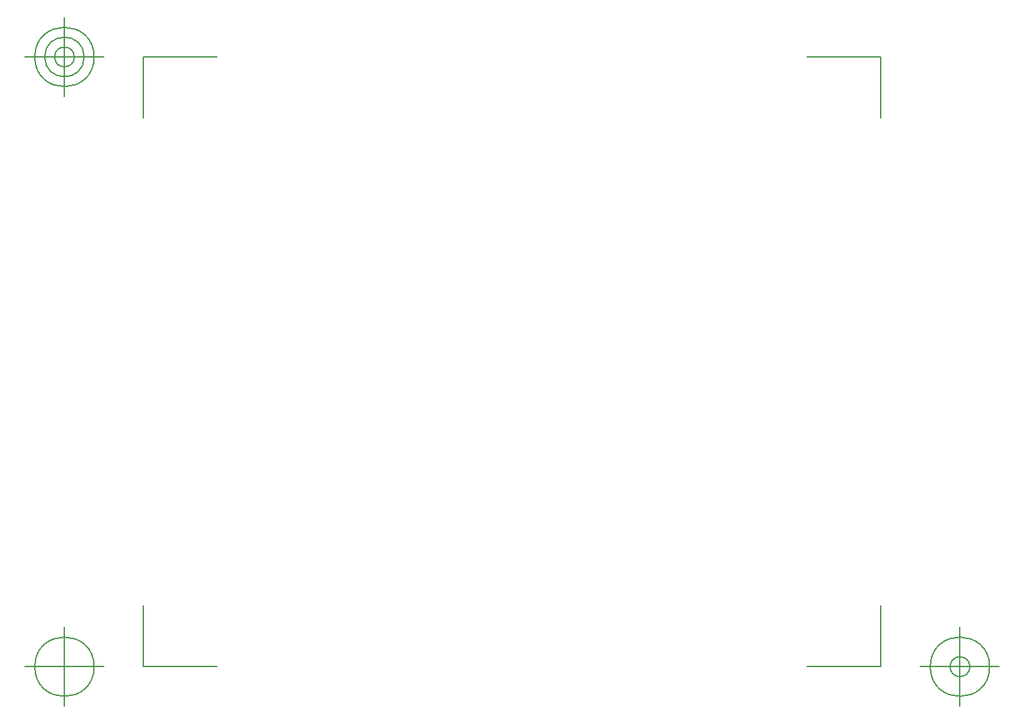
<source format=gbr>
G04 Generated by Ultiboard 14.1 *
%FSLAX34Y34*%
%MOMM*%

%ADD10C,0.0001*%
%ADD11C,0.1270*%


G04 ColorRGB 006666 for the following layer *
%LNPaste Mask Top*%
%LPD*%
G54D10*
G54D11*
X-27872Y-45720D02*
X-27872Y31437D01*
X-27872Y-45720D02*
X65339Y-45720D01*
X904240Y-45720D02*
X811029Y-45720D01*
X904240Y-45720D02*
X904240Y31437D01*
X904240Y725851D02*
X904240Y648694D01*
X904240Y725851D02*
X811029Y725851D01*
X-27872Y725851D02*
X65339Y725851D01*
X-27872Y725851D02*
X-27872Y648694D01*
X-77872Y-45720D02*
X-177872Y-45720D01*
X-127872Y-95720D02*
X-127872Y4280D01*
X-165372Y-45720D02*
G75*
D01*
G02X-165372Y-45720I37500J0*
G01*
X954240Y-45720D02*
X1054240Y-45720D01*
X1004240Y-95720D02*
X1004240Y4280D01*
X966740Y-45720D02*
G75*
D01*
G02X966740Y-45720I37500J0*
G01*
X991740Y-45720D02*
G75*
D01*
G02X991740Y-45720I12500J0*
G01*
X-77872Y725851D02*
X-177872Y725851D01*
X-127872Y675851D02*
X-127872Y775851D01*
X-165372Y725851D02*
G75*
D01*
G02X-165372Y725851I37500J0*
G01*
X-152872Y725851D02*
G75*
D01*
G02X-152872Y725851I25000J0*
G01*
X-140372Y725851D02*
G75*
D01*
G02X-140372Y725851I12500J0*
G01*

M02*

</source>
